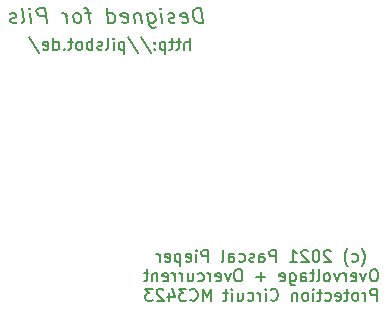
<source format=gbr>
G04 #@! TF.GenerationSoftware,KiCad,Pcbnew,(5.1.10)-1*
G04 #@! TF.CreationDate,2021-06-01T12:55:43+02:00*
G04 #@! TF.ProjectId,overvolt,6f766572-766f-46c7-942e-6b696361645f,rev?*
G04 #@! TF.SameCoordinates,Original*
G04 #@! TF.FileFunction,Legend,Bot*
G04 #@! TF.FilePolarity,Positive*
%FSLAX46Y46*%
G04 Gerber Fmt 4.6, Leading zero omitted, Abs format (unit mm)*
G04 Created by KiCad (PCBNEW (5.1.10)-1) date 2021-06-01 12:55:43*
%MOMM*%
%LPD*%
G01*
G04 APERTURE LIST*
%ADD10C,0.150000*%
G04 APERTURE END LIST*
D10*
X124114285Y-121252380D02*
X124114285Y-120252380D01*
X123685714Y-121252380D02*
X123685714Y-120728571D01*
X123733333Y-120633333D01*
X123828571Y-120585714D01*
X123971428Y-120585714D01*
X124066666Y-120633333D01*
X124114285Y-120680952D01*
X123352380Y-120585714D02*
X122971428Y-120585714D01*
X123209523Y-120252380D02*
X123209523Y-121109523D01*
X123161904Y-121204761D01*
X123066666Y-121252380D01*
X122971428Y-121252380D01*
X122780952Y-120585714D02*
X122400000Y-120585714D01*
X122638095Y-120252380D02*
X122638095Y-121109523D01*
X122590476Y-121204761D01*
X122495238Y-121252380D01*
X122400000Y-121252380D01*
X122066666Y-120585714D02*
X122066666Y-121585714D01*
X122066666Y-120633333D02*
X121971428Y-120585714D01*
X121780952Y-120585714D01*
X121685714Y-120633333D01*
X121638095Y-120680952D01*
X121590476Y-120776190D01*
X121590476Y-121061904D01*
X121638095Y-121157142D01*
X121685714Y-121204761D01*
X121780952Y-121252380D01*
X121971428Y-121252380D01*
X122066666Y-121204761D01*
X121161904Y-121157142D02*
X121114285Y-121204761D01*
X121161904Y-121252380D01*
X121209523Y-121204761D01*
X121161904Y-121157142D01*
X121161904Y-121252380D01*
X121161904Y-120633333D02*
X121114285Y-120680952D01*
X121161904Y-120728571D01*
X121209523Y-120680952D01*
X121161904Y-120633333D01*
X121161904Y-120728571D01*
X119971428Y-120204761D02*
X120828571Y-121490476D01*
X118923809Y-120204761D02*
X119780952Y-121490476D01*
X118590476Y-120585714D02*
X118590476Y-121585714D01*
X118590476Y-120633333D02*
X118495238Y-120585714D01*
X118304761Y-120585714D01*
X118209523Y-120633333D01*
X118161904Y-120680952D01*
X118114285Y-120776190D01*
X118114285Y-121061904D01*
X118161904Y-121157142D01*
X118209523Y-121204761D01*
X118304761Y-121252380D01*
X118495238Y-121252380D01*
X118590476Y-121204761D01*
X117685714Y-121252380D02*
X117685714Y-120585714D01*
X117685714Y-120252380D02*
X117733333Y-120300000D01*
X117685714Y-120347619D01*
X117638095Y-120300000D01*
X117685714Y-120252380D01*
X117685714Y-120347619D01*
X117066666Y-121252380D02*
X117161904Y-121204761D01*
X117209523Y-121109523D01*
X117209523Y-120252380D01*
X116733333Y-121204761D02*
X116638095Y-121252380D01*
X116447619Y-121252380D01*
X116352380Y-121204761D01*
X116304761Y-121109523D01*
X116304761Y-121061904D01*
X116352380Y-120966666D01*
X116447619Y-120919047D01*
X116590476Y-120919047D01*
X116685714Y-120871428D01*
X116733333Y-120776190D01*
X116733333Y-120728571D01*
X116685714Y-120633333D01*
X116590476Y-120585714D01*
X116447619Y-120585714D01*
X116352380Y-120633333D01*
X115876190Y-121252380D02*
X115876190Y-120252380D01*
X115876190Y-120633333D02*
X115780952Y-120585714D01*
X115590476Y-120585714D01*
X115495238Y-120633333D01*
X115447619Y-120680952D01*
X115400000Y-120776190D01*
X115400000Y-121061904D01*
X115447619Y-121157142D01*
X115495238Y-121204761D01*
X115590476Y-121252380D01*
X115780952Y-121252380D01*
X115876190Y-121204761D01*
X114828571Y-121252380D02*
X114923809Y-121204761D01*
X114971428Y-121157142D01*
X115019047Y-121061904D01*
X115019047Y-120776190D01*
X114971428Y-120680952D01*
X114923809Y-120633333D01*
X114828571Y-120585714D01*
X114685714Y-120585714D01*
X114590476Y-120633333D01*
X114542857Y-120680952D01*
X114495238Y-120776190D01*
X114495238Y-121061904D01*
X114542857Y-121157142D01*
X114590476Y-121204761D01*
X114685714Y-121252380D01*
X114828571Y-121252380D01*
X114209523Y-120585714D02*
X113828571Y-120585714D01*
X114066666Y-120252380D02*
X114066666Y-121109523D01*
X114019047Y-121204761D01*
X113923809Y-121252380D01*
X113828571Y-121252380D01*
X113495238Y-121157142D02*
X113447619Y-121204761D01*
X113495238Y-121252380D01*
X113542857Y-121204761D01*
X113495238Y-121157142D01*
X113495238Y-121252380D01*
X112590476Y-121252380D02*
X112590476Y-120252380D01*
X112590476Y-121204761D02*
X112685714Y-121252380D01*
X112876190Y-121252380D01*
X112971428Y-121204761D01*
X113019047Y-121157142D01*
X113066666Y-121061904D01*
X113066666Y-120776190D01*
X113019047Y-120680952D01*
X112971428Y-120633333D01*
X112876190Y-120585714D01*
X112685714Y-120585714D01*
X112590476Y-120633333D01*
X111733333Y-121204761D02*
X111828571Y-121252380D01*
X112019047Y-121252380D01*
X112114285Y-121204761D01*
X112161904Y-121109523D01*
X112161904Y-120728571D01*
X112114285Y-120633333D01*
X112019047Y-120585714D01*
X111828571Y-120585714D01*
X111733333Y-120633333D01*
X111685714Y-120728571D01*
X111685714Y-120823809D01*
X112161904Y-120919047D01*
X110542857Y-120204761D02*
X111400000Y-121490476D01*
X125227382Y-118978776D02*
X125067457Y-117699376D01*
X124762838Y-117699376D01*
X124587682Y-117760300D01*
X124481065Y-117882147D01*
X124435372Y-118003995D01*
X124404911Y-118247690D01*
X124427757Y-118430461D01*
X124519143Y-118674157D01*
X124595297Y-118796004D01*
X124732376Y-118917852D01*
X124922763Y-118978776D01*
X125227382Y-118978776D01*
X123452976Y-118917852D02*
X123582439Y-118978776D01*
X123826134Y-118978776D01*
X123940366Y-118917852D01*
X123986059Y-118796004D01*
X123925136Y-118308614D01*
X123848981Y-118186766D01*
X123719518Y-118125842D01*
X123475822Y-118125842D01*
X123361590Y-118186766D01*
X123315897Y-118308614D01*
X123331128Y-118430461D01*
X123955597Y-118552309D01*
X122904662Y-118917852D02*
X122790430Y-118978776D01*
X122546734Y-118978776D01*
X122417271Y-118917852D01*
X122341116Y-118796004D01*
X122333501Y-118735080D01*
X122379194Y-118613233D01*
X122493426Y-118552309D01*
X122676197Y-118552309D01*
X122790430Y-118491385D01*
X122836122Y-118369538D01*
X122828507Y-118308614D01*
X122752352Y-118186766D01*
X122622889Y-118125842D01*
X122440118Y-118125842D01*
X122325886Y-118186766D01*
X121815649Y-118978776D02*
X121709032Y-118125842D01*
X121655724Y-117699376D02*
X121724263Y-117760300D01*
X121670955Y-117821223D01*
X121602415Y-117760300D01*
X121655724Y-117699376D01*
X121670955Y-117821223D01*
X120551480Y-118125842D02*
X120680943Y-119161547D01*
X120757097Y-119283395D01*
X120825637Y-119344319D01*
X120955100Y-119405242D01*
X121137871Y-119405242D01*
X121252103Y-119344319D01*
X120650481Y-118917852D02*
X120779944Y-118978776D01*
X121023639Y-118978776D01*
X121137871Y-118917852D01*
X121191180Y-118856928D01*
X121236872Y-118735080D01*
X121191180Y-118369538D01*
X121115025Y-118247690D01*
X121046486Y-118186766D01*
X120917022Y-118125842D01*
X120673327Y-118125842D01*
X120559095Y-118186766D01*
X119942241Y-118125842D02*
X120048858Y-118978776D01*
X119957472Y-118247690D02*
X119888933Y-118186766D01*
X119759470Y-118125842D01*
X119576699Y-118125842D01*
X119462466Y-118186766D01*
X119416774Y-118308614D01*
X119500544Y-118978776D01*
X118396300Y-118917852D02*
X118525763Y-118978776D01*
X118769458Y-118978776D01*
X118883690Y-118917852D01*
X118929383Y-118796004D01*
X118868459Y-118308614D01*
X118792305Y-118186766D01*
X118662841Y-118125842D01*
X118419146Y-118125842D01*
X118304914Y-118186766D01*
X118259221Y-118308614D01*
X118274452Y-118430461D01*
X118898921Y-118552309D01*
X117246363Y-118978776D02*
X117086438Y-117699376D01*
X117238747Y-118917852D02*
X117368211Y-118978776D01*
X117611906Y-118978776D01*
X117726138Y-118917852D01*
X117779446Y-118856928D01*
X117825139Y-118735080D01*
X117779446Y-118369538D01*
X117703291Y-118247690D01*
X117634752Y-118186766D01*
X117505289Y-118125842D01*
X117261594Y-118125842D01*
X117147362Y-118186766D01*
X115738499Y-118125842D02*
X115251108Y-118125842D01*
X115662344Y-118978776D02*
X115525265Y-117882147D01*
X115449111Y-117760300D01*
X115319647Y-117699376D01*
X115197800Y-117699376D01*
X114748487Y-118978776D02*
X114862719Y-118917852D01*
X114916027Y-118856928D01*
X114961720Y-118735080D01*
X114916027Y-118369538D01*
X114839872Y-118247690D01*
X114771333Y-118186766D01*
X114641870Y-118125842D01*
X114459099Y-118125842D01*
X114344866Y-118186766D01*
X114291558Y-118247690D01*
X114245865Y-118369538D01*
X114291558Y-118735080D01*
X114367713Y-118856928D01*
X114436252Y-118917852D01*
X114565715Y-118978776D01*
X114748487Y-118978776D01*
X113773706Y-118978776D02*
X113667089Y-118125842D01*
X113697551Y-118369538D02*
X113621396Y-118247690D01*
X113552857Y-118186766D01*
X113423394Y-118125842D01*
X113301546Y-118125842D01*
X112006915Y-118978776D02*
X111846990Y-117699376D01*
X111359600Y-117699376D01*
X111245368Y-117760300D01*
X111192059Y-117821223D01*
X111146366Y-117943071D01*
X111169213Y-118125842D01*
X111245368Y-118247690D01*
X111313907Y-118308614D01*
X111443370Y-118369538D01*
X111930761Y-118369538D01*
X110727515Y-118978776D02*
X110620899Y-118125842D01*
X110567590Y-117699376D02*
X110636130Y-117760300D01*
X110582821Y-117821223D01*
X110514282Y-117760300D01*
X110567590Y-117699376D01*
X110582821Y-117821223D01*
X109935506Y-118978776D02*
X110049738Y-118917852D01*
X110095431Y-118796004D01*
X109958352Y-117699376D01*
X109501424Y-118917852D02*
X109387191Y-118978776D01*
X109143496Y-118978776D01*
X109014033Y-118917852D01*
X108937878Y-118796004D01*
X108930263Y-118735080D01*
X108975956Y-118613233D01*
X109090188Y-118552309D01*
X109272959Y-118552309D01*
X109387191Y-118491385D01*
X109432884Y-118369538D01*
X109425269Y-118308614D01*
X109349114Y-118186766D01*
X109219651Y-118125842D01*
X109036880Y-118125842D01*
X108922647Y-118186766D01*
X138676190Y-139583333D02*
X138723809Y-139535714D01*
X138819047Y-139392857D01*
X138866666Y-139297619D01*
X138914285Y-139154761D01*
X138961904Y-138916666D01*
X138961904Y-138726190D01*
X138914285Y-138488095D01*
X138866666Y-138345238D01*
X138819047Y-138250000D01*
X138723809Y-138107142D01*
X138676190Y-138059523D01*
X137866666Y-139154761D02*
X137961904Y-139202380D01*
X138152380Y-139202380D01*
X138247619Y-139154761D01*
X138295238Y-139107142D01*
X138342857Y-139011904D01*
X138342857Y-138726190D01*
X138295238Y-138630952D01*
X138247619Y-138583333D01*
X138152380Y-138535714D01*
X137961904Y-138535714D01*
X137866666Y-138583333D01*
X137533333Y-139583333D02*
X137485714Y-139535714D01*
X137390476Y-139392857D01*
X137342857Y-139297619D01*
X137295238Y-139154761D01*
X137247619Y-138916666D01*
X137247619Y-138726190D01*
X137295238Y-138488095D01*
X137342857Y-138345238D01*
X137390476Y-138250000D01*
X137485714Y-138107142D01*
X137533333Y-138059523D01*
X136057142Y-138297619D02*
X136009523Y-138250000D01*
X135914285Y-138202380D01*
X135676190Y-138202380D01*
X135580952Y-138250000D01*
X135533333Y-138297619D01*
X135485714Y-138392857D01*
X135485714Y-138488095D01*
X135533333Y-138630952D01*
X136104761Y-139202380D01*
X135485714Y-139202380D01*
X134866666Y-138202380D02*
X134771428Y-138202380D01*
X134676190Y-138250000D01*
X134628571Y-138297619D01*
X134580952Y-138392857D01*
X134533333Y-138583333D01*
X134533333Y-138821428D01*
X134580952Y-139011904D01*
X134628571Y-139107142D01*
X134676190Y-139154761D01*
X134771428Y-139202380D01*
X134866666Y-139202380D01*
X134961904Y-139154761D01*
X135009523Y-139107142D01*
X135057142Y-139011904D01*
X135104761Y-138821428D01*
X135104761Y-138583333D01*
X135057142Y-138392857D01*
X135009523Y-138297619D01*
X134961904Y-138250000D01*
X134866666Y-138202380D01*
X134152380Y-138297619D02*
X134104761Y-138250000D01*
X134009523Y-138202380D01*
X133771428Y-138202380D01*
X133676190Y-138250000D01*
X133628571Y-138297619D01*
X133580952Y-138392857D01*
X133580952Y-138488095D01*
X133628571Y-138630952D01*
X134200000Y-139202380D01*
X133580952Y-139202380D01*
X132628571Y-139202380D02*
X133200000Y-139202380D01*
X132914285Y-139202380D02*
X132914285Y-138202380D01*
X133009523Y-138345238D01*
X133104761Y-138440476D01*
X133200000Y-138488095D01*
X131438095Y-139202380D02*
X131438095Y-138202380D01*
X131057142Y-138202380D01*
X130961904Y-138250000D01*
X130914285Y-138297619D01*
X130866666Y-138392857D01*
X130866666Y-138535714D01*
X130914285Y-138630952D01*
X130961904Y-138678571D01*
X131057142Y-138726190D01*
X131438095Y-138726190D01*
X130009523Y-139202380D02*
X130009523Y-138678571D01*
X130057142Y-138583333D01*
X130152380Y-138535714D01*
X130342857Y-138535714D01*
X130438095Y-138583333D01*
X130009523Y-139154761D02*
X130104761Y-139202380D01*
X130342857Y-139202380D01*
X130438095Y-139154761D01*
X130485714Y-139059523D01*
X130485714Y-138964285D01*
X130438095Y-138869047D01*
X130342857Y-138821428D01*
X130104761Y-138821428D01*
X130009523Y-138773809D01*
X129580952Y-139154761D02*
X129485714Y-139202380D01*
X129295238Y-139202380D01*
X129200000Y-139154761D01*
X129152380Y-139059523D01*
X129152380Y-139011904D01*
X129200000Y-138916666D01*
X129295238Y-138869047D01*
X129438095Y-138869047D01*
X129533333Y-138821428D01*
X129580952Y-138726190D01*
X129580952Y-138678571D01*
X129533333Y-138583333D01*
X129438095Y-138535714D01*
X129295238Y-138535714D01*
X129200000Y-138583333D01*
X128295238Y-139154761D02*
X128390476Y-139202380D01*
X128580952Y-139202380D01*
X128676190Y-139154761D01*
X128723809Y-139107142D01*
X128771428Y-139011904D01*
X128771428Y-138726190D01*
X128723809Y-138630952D01*
X128676190Y-138583333D01*
X128580952Y-138535714D01*
X128390476Y-138535714D01*
X128295238Y-138583333D01*
X127438095Y-139202380D02*
X127438095Y-138678571D01*
X127485714Y-138583333D01*
X127580952Y-138535714D01*
X127771428Y-138535714D01*
X127866666Y-138583333D01*
X127438095Y-139154761D02*
X127533333Y-139202380D01*
X127771428Y-139202380D01*
X127866666Y-139154761D01*
X127914285Y-139059523D01*
X127914285Y-138964285D01*
X127866666Y-138869047D01*
X127771428Y-138821428D01*
X127533333Y-138821428D01*
X127438095Y-138773809D01*
X126819047Y-139202380D02*
X126914285Y-139154761D01*
X126961904Y-139059523D01*
X126961904Y-138202380D01*
X125676190Y-139202380D02*
X125676190Y-138202380D01*
X125295238Y-138202380D01*
X125200000Y-138250000D01*
X125152380Y-138297619D01*
X125104761Y-138392857D01*
X125104761Y-138535714D01*
X125152380Y-138630952D01*
X125200000Y-138678571D01*
X125295238Y-138726190D01*
X125676190Y-138726190D01*
X124676190Y-139202380D02*
X124676190Y-138535714D01*
X124676190Y-138202380D02*
X124723809Y-138250000D01*
X124676190Y-138297619D01*
X124628571Y-138250000D01*
X124676190Y-138202380D01*
X124676190Y-138297619D01*
X123819047Y-139154761D02*
X123914285Y-139202380D01*
X124104761Y-139202380D01*
X124200000Y-139154761D01*
X124247619Y-139059523D01*
X124247619Y-138678571D01*
X124200000Y-138583333D01*
X124104761Y-138535714D01*
X123914285Y-138535714D01*
X123819047Y-138583333D01*
X123771428Y-138678571D01*
X123771428Y-138773809D01*
X124247619Y-138869047D01*
X123342857Y-138535714D02*
X123342857Y-139535714D01*
X123342857Y-138583333D02*
X123247619Y-138535714D01*
X123057142Y-138535714D01*
X122961904Y-138583333D01*
X122914285Y-138630952D01*
X122866666Y-138726190D01*
X122866666Y-139011904D01*
X122914285Y-139107142D01*
X122961904Y-139154761D01*
X123057142Y-139202380D01*
X123247619Y-139202380D01*
X123342857Y-139154761D01*
X122057142Y-139154761D02*
X122152380Y-139202380D01*
X122342857Y-139202380D01*
X122438095Y-139154761D01*
X122485714Y-139059523D01*
X122485714Y-138678571D01*
X122438095Y-138583333D01*
X122342857Y-138535714D01*
X122152380Y-138535714D01*
X122057142Y-138583333D01*
X122009523Y-138678571D01*
X122009523Y-138773809D01*
X122485714Y-138869047D01*
X121580952Y-139202380D02*
X121580952Y-138535714D01*
X121580952Y-138726190D02*
X121533333Y-138630952D01*
X121485714Y-138583333D01*
X121390476Y-138535714D01*
X121295238Y-138535714D01*
X139819047Y-139852380D02*
X139628571Y-139852380D01*
X139533333Y-139900000D01*
X139438095Y-139995238D01*
X139390476Y-140185714D01*
X139390476Y-140519047D01*
X139438095Y-140709523D01*
X139533333Y-140804761D01*
X139628571Y-140852380D01*
X139819047Y-140852380D01*
X139914285Y-140804761D01*
X140009523Y-140709523D01*
X140057142Y-140519047D01*
X140057142Y-140185714D01*
X140009523Y-139995238D01*
X139914285Y-139900000D01*
X139819047Y-139852380D01*
X139057142Y-140185714D02*
X138819047Y-140852380D01*
X138580952Y-140185714D01*
X137819047Y-140804761D02*
X137914285Y-140852380D01*
X138104761Y-140852380D01*
X138200000Y-140804761D01*
X138247619Y-140709523D01*
X138247619Y-140328571D01*
X138200000Y-140233333D01*
X138104761Y-140185714D01*
X137914285Y-140185714D01*
X137819047Y-140233333D01*
X137771428Y-140328571D01*
X137771428Y-140423809D01*
X138247619Y-140519047D01*
X137342857Y-140852380D02*
X137342857Y-140185714D01*
X137342857Y-140376190D02*
X137295238Y-140280952D01*
X137247619Y-140233333D01*
X137152380Y-140185714D01*
X137057142Y-140185714D01*
X136819047Y-140185714D02*
X136580952Y-140852380D01*
X136342857Y-140185714D01*
X135819047Y-140852380D02*
X135914285Y-140804761D01*
X135961904Y-140757142D01*
X136009523Y-140661904D01*
X136009523Y-140376190D01*
X135961904Y-140280952D01*
X135914285Y-140233333D01*
X135819047Y-140185714D01*
X135676190Y-140185714D01*
X135580952Y-140233333D01*
X135533333Y-140280952D01*
X135485714Y-140376190D01*
X135485714Y-140661904D01*
X135533333Y-140757142D01*
X135580952Y-140804761D01*
X135676190Y-140852380D01*
X135819047Y-140852380D01*
X134914285Y-140852380D02*
X135009523Y-140804761D01*
X135057142Y-140709523D01*
X135057142Y-139852380D01*
X134676190Y-140185714D02*
X134295238Y-140185714D01*
X134533333Y-139852380D02*
X134533333Y-140709523D01*
X134485714Y-140804761D01*
X134390476Y-140852380D01*
X134295238Y-140852380D01*
X133533333Y-140852380D02*
X133533333Y-140328571D01*
X133580952Y-140233333D01*
X133676190Y-140185714D01*
X133866666Y-140185714D01*
X133961904Y-140233333D01*
X133533333Y-140804761D02*
X133628571Y-140852380D01*
X133866666Y-140852380D01*
X133961904Y-140804761D01*
X134009523Y-140709523D01*
X134009523Y-140614285D01*
X133961904Y-140519047D01*
X133866666Y-140471428D01*
X133628571Y-140471428D01*
X133533333Y-140423809D01*
X132628571Y-140185714D02*
X132628571Y-140995238D01*
X132676190Y-141090476D01*
X132723809Y-141138095D01*
X132819047Y-141185714D01*
X132961904Y-141185714D01*
X133057142Y-141138095D01*
X132628571Y-140804761D02*
X132723809Y-140852380D01*
X132914285Y-140852380D01*
X133009523Y-140804761D01*
X133057142Y-140757142D01*
X133104761Y-140661904D01*
X133104761Y-140376190D01*
X133057142Y-140280952D01*
X133009523Y-140233333D01*
X132914285Y-140185714D01*
X132723809Y-140185714D01*
X132628571Y-140233333D01*
X131771428Y-140804761D02*
X131866666Y-140852380D01*
X132057142Y-140852380D01*
X132152380Y-140804761D01*
X132200000Y-140709523D01*
X132200000Y-140328571D01*
X132152380Y-140233333D01*
X132057142Y-140185714D01*
X131866666Y-140185714D01*
X131771428Y-140233333D01*
X131723809Y-140328571D01*
X131723809Y-140423809D01*
X132200000Y-140519047D01*
X130533333Y-140471428D02*
X129771428Y-140471428D01*
X130152380Y-140852380D02*
X130152380Y-140090476D01*
X128342857Y-139852380D02*
X128152380Y-139852380D01*
X128057142Y-139900000D01*
X127961904Y-139995238D01*
X127914285Y-140185714D01*
X127914285Y-140519047D01*
X127961904Y-140709523D01*
X128057142Y-140804761D01*
X128152380Y-140852380D01*
X128342857Y-140852380D01*
X128438095Y-140804761D01*
X128533333Y-140709523D01*
X128580952Y-140519047D01*
X128580952Y-140185714D01*
X128533333Y-139995238D01*
X128438095Y-139900000D01*
X128342857Y-139852380D01*
X127580952Y-140185714D02*
X127342857Y-140852380D01*
X127104761Y-140185714D01*
X126342857Y-140804761D02*
X126438095Y-140852380D01*
X126628571Y-140852380D01*
X126723809Y-140804761D01*
X126771428Y-140709523D01*
X126771428Y-140328571D01*
X126723809Y-140233333D01*
X126628571Y-140185714D01*
X126438095Y-140185714D01*
X126342857Y-140233333D01*
X126295238Y-140328571D01*
X126295238Y-140423809D01*
X126771428Y-140519047D01*
X125866666Y-140852380D02*
X125866666Y-140185714D01*
X125866666Y-140376190D02*
X125819047Y-140280952D01*
X125771428Y-140233333D01*
X125676190Y-140185714D01*
X125580952Y-140185714D01*
X124819047Y-140804761D02*
X124914285Y-140852380D01*
X125104761Y-140852380D01*
X125200000Y-140804761D01*
X125247619Y-140757142D01*
X125295238Y-140661904D01*
X125295238Y-140376190D01*
X125247619Y-140280952D01*
X125200000Y-140233333D01*
X125104761Y-140185714D01*
X124914285Y-140185714D01*
X124819047Y-140233333D01*
X123961904Y-140185714D02*
X123961904Y-140852380D01*
X124390476Y-140185714D02*
X124390476Y-140709523D01*
X124342857Y-140804761D01*
X124247619Y-140852380D01*
X124104761Y-140852380D01*
X124009523Y-140804761D01*
X123961904Y-140757142D01*
X123485714Y-140852380D02*
X123485714Y-140185714D01*
X123485714Y-140376190D02*
X123438095Y-140280952D01*
X123390476Y-140233333D01*
X123295238Y-140185714D01*
X123200000Y-140185714D01*
X122866666Y-140852380D02*
X122866666Y-140185714D01*
X122866666Y-140376190D02*
X122819047Y-140280952D01*
X122771428Y-140233333D01*
X122676190Y-140185714D01*
X122580952Y-140185714D01*
X121866666Y-140804761D02*
X121961904Y-140852380D01*
X122152380Y-140852380D01*
X122247619Y-140804761D01*
X122295238Y-140709523D01*
X122295238Y-140328571D01*
X122247619Y-140233333D01*
X122152380Y-140185714D01*
X121961904Y-140185714D01*
X121866666Y-140233333D01*
X121819047Y-140328571D01*
X121819047Y-140423809D01*
X122295238Y-140519047D01*
X121390476Y-140185714D02*
X121390476Y-140852380D01*
X121390476Y-140280952D02*
X121342857Y-140233333D01*
X121247619Y-140185714D01*
X121104761Y-140185714D01*
X121009523Y-140233333D01*
X120961904Y-140328571D01*
X120961904Y-140852380D01*
X120628571Y-140185714D02*
X120247619Y-140185714D01*
X120485714Y-139852380D02*
X120485714Y-140709523D01*
X120438095Y-140804761D01*
X120342857Y-140852380D01*
X120247619Y-140852380D01*
X139985714Y-142502380D02*
X139985714Y-141502380D01*
X139604761Y-141502380D01*
X139509523Y-141550000D01*
X139461904Y-141597619D01*
X139414285Y-141692857D01*
X139414285Y-141835714D01*
X139461904Y-141930952D01*
X139509523Y-141978571D01*
X139604761Y-142026190D01*
X139985714Y-142026190D01*
X138985714Y-142502380D02*
X138985714Y-141835714D01*
X138985714Y-142026190D02*
X138938095Y-141930952D01*
X138890476Y-141883333D01*
X138795238Y-141835714D01*
X138700000Y-141835714D01*
X138223809Y-142502380D02*
X138319047Y-142454761D01*
X138366666Y-142407142D01*
X138414285Y-142311904D01*
X138414285Y-142026190D01*
X138366666Y-141930952D01*
X138319047Y-141883333D01*
X138223809Y-141835714D01*
X138080952Y-141835714D01*
X137985714Y-141883333D01*
X137938095Y-141930952D01*
X137890476Y-142026190D01*
X137890476Y-142311904D01*
X137938095Y-142407142D01*
X137985714Y-142454761D01*
X138080952Y-142502380D01*
X138223809Y-142502380D01*
X137604761Y-141835714D02*
X137223809Y-141835714D01*
X137461904Y-141502380D02*
X137461904Y-142359523D01*
X137414285Y-142454761D01*
X137319047Y-142502380D01*
X137223809Y-142502380D01*
X136509523Y-142454761D02*
X136604761Y-142502380D01*
X136795238Y-142502380D01*
X136890476Y-142454761D01*
X136938095Y-142359523D01*
X136938095Y-141978571D01*
X136890476Y-141883333D01*
X136795238Y-141835714D01*
X136604761Y-141835714D01*
X136509523Y-141883333D01*
X136461904Y-141978571D01*
X136461904Y-142073809D01*
X136938095Y-142169047D01*
X135604761Y-142454761D02*
X135700000Y-142502380D01*
X135890476Y-142502380D01*
X135985714Y-142454761D01*
X136033333Y-142407142D01*
X136080952Y-142311904D01*
X136080952Y-142026190D01*
X136033333Y-141930952D01*
X135985714Y-141883333D01*
X135890476Y-141835714D01*
X135700000Y-141835714D01*
X135604761Y-141883333D01*
X135319047Y-141835714D02*
X134938095Y-141835714D01*
X135176190Y-141502380D02*
X135176190Y-142359523D01*
X135128571Y-142454761D01*
X135033333Y-142502380D01*
X134938095Y-142502380D01*
X134604761Y-142502380D02*
X134604761Y-141835714D01*
X134604761Y-141502380D02*
X134652380Y-141550000D01*
X134604761Y-141597619D01*
X134557142Y-141550000D01*
X134604761Y-141502380D01*
X134604761Y-141597619D01*
X133985714Y-142502380D02*
X134080952Y-142454761D01*
X134128571Y-142407142D01*
X134176190Y-142311904D01*
X134176190Y-142026190D01*
X134128571Y-141930952D01*
X134080952Y-141883333D01*
X133985714Y-141835714D01*
X133842857Y-141835714D01*
X133747619Y-141883333D01*
X133700000Y-141930952D01*
X133652380Y-142026190D01*
X133652380Y-142311904D01*
X133700000Y-142407142D01*
X133747619Y-142454761D01*
X133842857Y-142502380D01*
X133985714Y-142502380D01*
X133223809Y-141835714D02*
X133223809Y-142502380D01*
X133223809Y-141930952D02*
X133176190Y-141883333D01*
X133080952Y-141835714D01*
X132938095Y-141835714D01*
X132842857Y-141883333D01*
X132795238Y-141978571D01*
X132795238Y-142502380D01*
X130985714Y-142407142D02*
X131033333Y-142454761D01*
X131176190Y-142502380D01*
X131271428Y-142502380D01*
X131414285Y-142454761D01*
X131509523Y-142359523D01*
X131557142Y-142264285D01*
X131604761Y-142073809D01*
X131604761Y-141930952D01*
X131557142Y-141740476D01*
X131509523Y-141645238D01*
X131414285Y-141550000D01*
X131271428Y-141502380D01*
X131176190Y-141502380D01*
X131033333Y-141550000D01*
X130985714Y-141597619D01*
X130557142Y-142502380D02*
X130557142Y-141835714D01*
X130557142Y-141502380D02*
X130604761Y-141550000D01*
X130557142Y-141597619D01*
X130509523Y-141550000D01*
X130557142Y-141502380D01*
X130557142Y-141597619D01*
X130080952Y-142502380D02*
X130080952Y-141835714D01*
X130080952Y-142026190D02*
X130033333Y-141930952D01*
X129985714Y-141883333D01*
X129890476Y-141835714D01*
X129795238Y-141835714D01*
X129033333Y-142454761D02*
X129128571Y-142502380D01*
X129319047Y-142502380D01*
X129414285Y-142454761D01*
X129461904Y-142407142D01*
X129509523Y-142311904D01*
X129509523Y-142026190D01*
X129461904Y-141930952D01*
X129414285Y-141883333D01*
X129319047Y-141835714D01*
X129128571Y-141835714D01*
X129033333Y-141883333D01*
X128176190Y-141835714D02*
X128176190Y-142502380D01*
X128604761Y-141835714D02*
X128604761Y-142359523D01*
X128557142Y-142454761D01*
X128461904Y-142502380D01*
X128319047Y-142502380D01*
X128223809Y-142454761D01*
X128176190Y-142407142D01*
X127700000Y-142502380D02*
X127700000Y-141835714D01*
X127700000Y-141502380D02*
X127747619Y-141550000D01*
X127700000Y-141597619D01*
X127652380Y-141550000D01*
X127700000Y-141502380D01*
X127700000Y-141597619D01*
X127366666Y-141835714D02*
X126985714Y-141835714D01*
X127223809Y-141502380D02*
X127223809Y-142359523D01*
X127176190Y-142454761D01*
X127080952Y-142502380D01*
X126985714Y-142502380D01*
X125890476Y-142502380D02*
X125890476Y-141502380D01*
X125557142Y-142216666D01*
X125223809Y-141502380D01*
X125223809Y-142502380D01*
X124176190Y-142407142D02*
X124223809Y-142454761D01*
X124366666Y-142502380D01*
X124461904Y-142502380D01*
X124604761Y-142454761D01*
X124700000Y-142359523D01*
X124747619Y-142264285D01*
X124795238Y-142073809D01*
X124795238Y-141930952D01*
X124747619Y-141740476D01*
X124700000Y-141645238D01*
X124604761Y-141550000D01*
X124461904Y-141502380D01*
X124366666Y-141502380D01*
X124223809Y-141550000D01*
X124176190Y-141597619D01*
X123842857Y-141502380D02*
X123223809Y-141502380D01*
X123557142Y-141883333D01*
X123414285Y-141883333D01*
X123319047Y-141930952D01*
X123271428Y-141978571D01*
X123223809Y-142073809D01*
X123223809Y-142311904D01*
X123271428Y-142407142D01*
X123319047Y-142454761D01*
X123414285Y-142502380D01*
X123700000Y-142502380D01*
X123795238Y-142454761D01*
X123842857Y-142407142D01*
X122366666Y-141835714D02*
X122366666Y-142502380D01*
X122604761Y-141454761D02*
X122842857Y-142169047D01*
X122223809Y-142169047D01*
X121890476Y-141597619D02*
X121842857Y-141550000D01*
X121747619Y-141502380D01*
X121509523Y-141502380D01*
X121414285Y-141550000D01*
X121366666Y-141597619D01*
X121319047Y-141692857D01*
X121319047Y-141788095D01*
X121366666Y-141930952D01*
X121938095Y-142502380D01*
X121319047Y-142502380D01*
X120985714Y-141502380D02*
X120366666Y-141502380D01*
X120700000Y-141883333D01*
X120557142Y-141883333D01*
X120461904Y-141930952D01*
X120414285Y-141978571D01*
X120366666Y-142073809D01*
X120366666Y-142311904D01*
X120414285Y-142407142D01*
X120461904Y-142454761D01*
X120557142Y-142502380D01*
X120842857Y-142502380D01*
X120938095Y-142454761D01*
X120985714Y-142407142D01*
M02*

</source>
